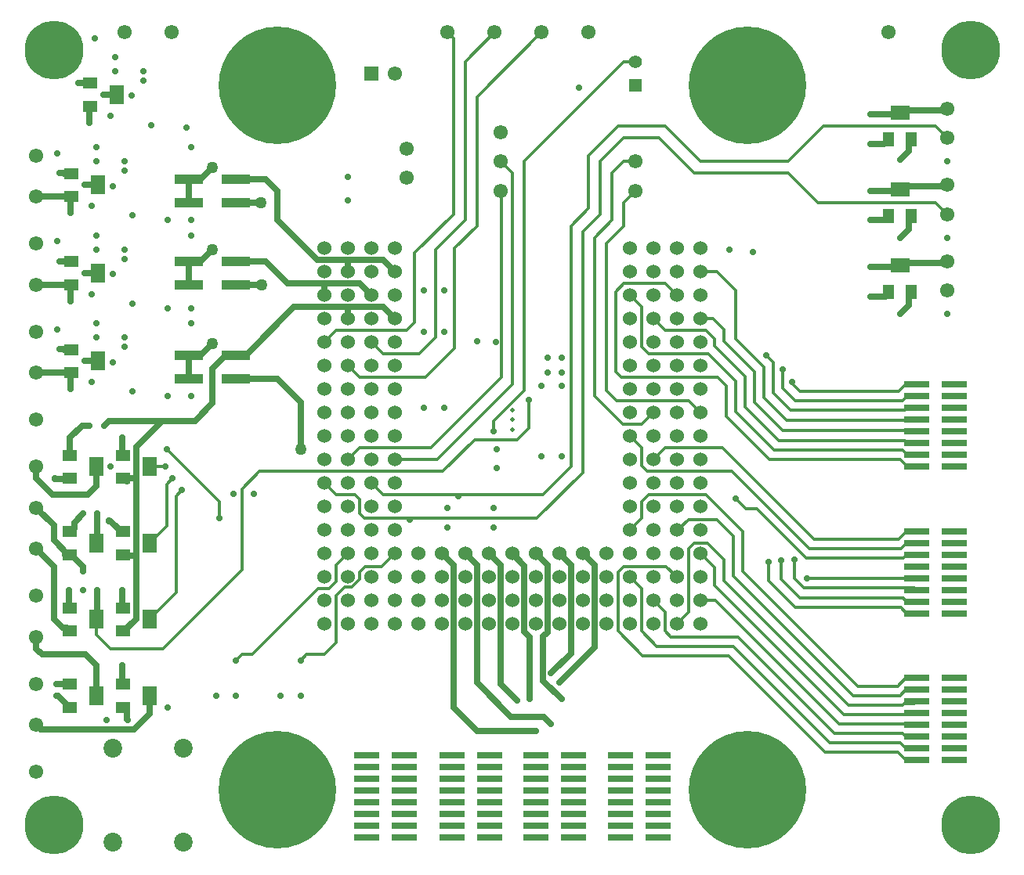
<source format=gbr>
%TF.GenerationSoftware,Altium Limited,Altium Designer,19.1.7 (138)*%
G04 Layer_Physical_Order=1*
G04 Layer_Color=255*
%FSLAX26Y26*%
%MOIN*%
%TF.FileFunction,Copper,L1,Top,Signal*%
%TF.Part,Single*%
G01*
G75*
%TA.AperFunction,SMDPad,CuDef*%
%ADD10R,0.109843X0.029134*%
%ADD11R,0.062992X0.078740*%
%ADD12R,0.062992X0.051181*%
%ADD13R,0.078740X0.062992*%
%ADD14R,0.051181X0.062992*%
%ADD15R,0.124016X0.039370*%
%TA.AperFunction,Conductor*%
%ADD16C,0.012000*%
%ADD17C,0.025000*%
%TA.AperFunction,ComponentPad*%
%ADD18C,0.061024*%
%ADD19C,0.003937*%
%ADD20C,0.060000*%
%ADD21C,0.079559*%
%ADD22R,0.061024X0.061024*%
%ADD23C,0.055118*%
%ADD24R,0.055118X0.055118*%
%TA.AperFunction,ViaPad*%
%ADD25C,0.250000*%
%ADD26C,0.028000*%
%ADD27C,0.050000*%
%ADD28C,0.019685*%
%ADD29C,0.500000*%
D10*
X3199882Y1445000D02*
D03*
X3360118D02*
D03*
X3199882Y1395000D02*
D03*
X3360118D02*
D03*
X3199882Y1345000D02*
D03*
X3360118D02*
D03*
X3199882Y1295000D02*
D03*
X3360118D02*
D03*
X3199882Y1245000D02*
D03*
X3360118D02*
D03*
X3199882Y1195000D02*
D03*
X3360118D02*
D03*
X3199882Y1145000D02*
D03*
X3360118D02*
D03*
X3199882Y1095000D02*
D03*
X3360118D02*
D03*
X2480000Y1445000D02*
D03*
X2640236D02*
D03*
X2480000Y1395000D02*
D03*
X2640236D02*
D03*
X2480000Y1345000D02*
D03*
X2640236D02*
D03*
X2480000Y1295000D02*
D03*
X2640236D02*
D03*
X2480000Y1245000D02*
D03*
X2640236D02*
D03*
X2480000Y1195000D02*
D03*
X2640236D02*
D03*
X2480000Y1145000D02*
D03*
X2640236D02*
D03*
X2480000Y1095000D02*
D03*
X2640236D02*
D03*
X2844882Y1445000D02*
D03*
X3005118D02*
D03*
X2844882Y1395000D02*
D03*
X3005118D02*
D03*
X2844882Y1345000D02*
D03*
X3005118D02*
D03*
X2844882Y1295000D02*
D03*
X3005118D02*
D03*
X2844882Y1245000D02*
D03*
X3005118D02*
D03*
X2844882Y1195000D02*
D03*
X3005118D02*
D03*
X2844882Y1145000D02*
D03*
X3005118D02*
D03*
X2844882Y1095000D02*
D03*
X3005118D02*
D03*
X3559882Y1445000D02*
D03*
X3720118D02*
D03*
X3559882Y1395000D02*
D03*
X3720118D02*
D03*
X3559882Y1345000D02*
D03*
X3720118D02*
D03*
X3559882Y1295000D02*
D03*
X3720118D02*
D03*
X3559882Y1245000D02*
D03*
X3720118D02*
D03*
X3559882Y1195000D02*
D03*
X3720118D02*
D03*
X3559882Y1145000D02*
D03*
X3720118D02*
D03*
X3559882Y1095000D02*
D03*
X3720118D02*
D03*
X4980118Y2050000D02*
D03*
X4819882D02*
D03*
X4980118Y2100000D02*
D03*
X4819882D02*
D03*
X4980118Y2150000D02*
D03*
X4819882D02*
D03*
X4980118Y2200000D02*
D03*
X4819882D02*
D03*
X4980118Y2250000D02*
D03*
X4819882D02*
D03*
X4980118Y2300000D02*
D03*
X4819882D02*
D03*
X4980118Y2350000D02*
D03*
X4819882D02*
D03*
X4980118Y2400000D02*
D03*
X4819882D02*
D03*
X4980118Y1425000D02*
D03*
X4819882D02*
D03*
X4980118Y1475000D02*
D03*
X4819882D02*
D03*
X4980118Y1525000D02*
D03*
X4819882D02*
D03*
X4980118Y1575000D02*
D03*
X4819882D02*
D03*
X4980118Y1625000D02*
D03*
X4819882D02*
D03*
X4980118Y1675000D02*
D03*
X4819882D02*
D03*
X4980118Y1725000D02*
D03*
X4819882D02*
D03*
X4980118Y1775000D02*
D03*
X4819882D02*
D03*
X4819882Y3025000D02*
D03*
X4980118D02*
D03*
X4819882Y2975000D02*
D03*
X4980118D02*
D03*
X4819882Y2925000D02*
D03*
X4980118D02*
D03*
X4819882Y2875000D02*
D03*
X4980118D02*
D03*
X4819882Y2825000D02*
D03*
X4980118D02*
D03*
X4819882Y2775000D02*
D03*
X4980118D02*
D03*
X4819882Y2725000D02*
D03*
X4980118D02*
D03*
X4819882Y2675000D02*
D03*
X4980118D02*
D03*
D11*
X1557087D02*
D03*
X1417087Y4260000D02*
D03*
X1332087Y2675000D02*
D03*
X1557087Y1700000D02*
D03*
X1332087D02*
D03*
X1337087Y3875000D02*
D03*
Y3500000D02*
D03*
Y3125000D02*
D03*
X1332087Y2350000D02*
D03*
Y2025000D02*
D03*
X1557087D02*
D03*
Y2350000D02*
D03*
D12*
X1442913Y2625787D02*
D03*
Y2724213D02*
D03*
X1302913Y4210787D02*
D03*
Y4309213D02*
D03*
X1217913Y2625787D02*
D03*
Y2724213D02*
D03*
X1442913Y1650787D02*
D03*
Y1749213D02*
D03*
X1217913Y1650787D02*
D03*
Y1749213D02*
D03*
X1222913Y3825787D02*
D03*
Y3924213D02*
D03*
Y3450787D02*
D03*
Y3549213D02*
D03*
Y3075787D02*
D03*
Y3174213D02*
D03*
X1217913Y2300787D02*
D03*
Y2399213D02*
D03*
Y1975787D02*
D03*
Y2074213D02*
D03*
X1442913Y1975787D02*
D03*
Y2074213D02*
D03*
Y2300787D02*
D03*
Y2399213D02*
D03*
D13*
X4750000Y4182087D02*
D03*
Y3857087D02*
D03*
Y3532087D02*
D03*
D14*
X4799213Y4067913D02*
D03*
X4700787D02*
D03*
X4799213Y3742913D02*
D03*
X4700787D02*
D03*
X4799213Y3417913D02*
D03*
X4700787D02*
D03*
D15*
X1924409Y3800000D02*
D03*
Y3900000D02*
D03*
X1725591Y3800000D02*
D03*
Y3900000D02*
D03*
X1924409Y3050000D02*
D03*
Y3150000D02*
D03*
X1725591Y3050000D02*
D03*
Y3150000D02*
D03*
X1924409Y3450000D02*
D03*
Y3550000D02*
D03*
X1725591Y3450000D02*
D03*
Y3550000D02*
D03*
D16*
X1630000Y2750000D02*
X1855000Y2525000D01*
Y2455000D02*
Y2525000D01*
X4775000Y3025000D02*
X4825000D01*
X4745000Y2995000D02*
X4775000Y3025000D01*
X4325000Y2995000D02*
X4745000D01*
X4290000Y3030000D02*
X4325000Y2995000D01*
X2940000Y2790000D02*
X3120000D01*
X2805000Y2655000D02*
X2940000Y2790000D01*
X2025000Y2655000D02*
X2805000D01*
X2780000Y2705000D02*
X3100000Y3025000D01*
X2600000Y2705000D02*
X2780000D01*
X2755000Y2755000D02*
X3056000Y3056000D01*
X2450000Y2755000D02*
X2755000D01*
X3056000Y3056000D02*
Y3844000D01*
X3050000Y3850000D02*
X3056000Y3844000D01*
X3100000Y3025000D02*
Y3925000D01*
X3150000Y3000000D02*
Y3975000D01*
X3020000Y2870000D02*
X3150000Y3000000D01*
X3020000Y2825000D02*
Y2870000D01*
X3150000Y3975000D02*
X3575000Y4400000D01*
X3050000Y3975000D02*
X3100000Y3925000D01*
X1950000Y2580000D02*
X2025000Y2655000D01*
X1950000Y2235000D02*
Y2580000D01*
X1615000Y1900000D02*
X1950000Y2235000D01*
X1670000Y2550000D02*
X1695000Y2575000D01*
X1670000Y2137913D02*
Y2550000D01*
X1557087Y2025000D02*
X1670000Y2137913D01*
X1630000Y2600000D02*
X1655000Y2625000D01*
X1630000Y2422913D02*
Y2600000D01*
X1557087Y2350000D02*
X1630000Y2422913D01*
X1557087Y2675000D02*
X1625000D01*
X1332087Y1957913D02*
Y2025000D01*
Y1957913D02*
X1390000Y1900000D01*
X1615000D01*
X2500000Y2605000D02*
X2550000Y2555000D01*
X2870000D01*
X2470000Y2455000D02*
X2665000D01*
Y2450000D02*
Y2455000D01*
X2870000Y2550000D02*
Y2555000D01*
X3120000Y2790000D02*
X3170000Y2840000D01*
Y2960000D01*
X2450000Y2475000D02*
X2470000Y2455000D01*
X2450000Y2475000D02*
Y2535000D01*
X2430000Y2555000D02*
X2450000Y2535000D01*
X2350000Y2555000D02*
X2430000D01*
X2300000Y2605000D02*
X2350000Y2555000D01*
X3650000Y2680000D02*
X3675000Y2655000D01*
X3650000Y2680000D02*
Y2755000D01*
X3600000Y2805000D02*
X3650000Y2755000D01*
X3570000Y2855000D02*
X3650000D01*
X3450000Y2975000D02*
X3570000Y2855000D01*
X3545000Y2955000D02*
X3850000D01*
X3565000Y3055000D02*
X3975000D01*
X4010000Y3020000D01*
X3500000Y3000000D02*
X3545000Y2955000D01*
X3500000Y3000000D02*
Y3625000D01*
X3540000Y3080000D02*
Y3420000D01*
X3650000Y2855000D02*
X3700000Y2905000D01*
X3850000Y2955000D02*
X3900000Y2905000D01*
X3540000Y3080000D02*
X3565000Y3055000D01*
X4010000Y2890000D02*
Y3020000D01*
X3500000Y3625000D02*
X3575000Y3700000D01*
X3450000Y2975000D02*
Y3650000D01*
X3540000Y3420000D02*
X3575000Y3455000D01*
X3750000D01*
X4010000Y2890000D02*
X4195000Y2705000D01*
X3575000Y3700000D02*
Y3800000D01*
X3625000Y3850000D01*
X2665000Y2455000D02*
X3205000D01*
X3525000Y3925000D02*
X3575000Y3975000D01*
X4195000Y2705000D02*
X4750000D01*
X3205000Y2455000D02*
X3400000Y2650000D01*
X3450000Y3650000D02*
X3525000Y3725000D01*
X3575000Y3975000D02*
X3625000D01*
X3525000Y3725000D02*
Y3925000D01*
X3625000Y3825000D02*
Y3850000D01*
X2870000Y2555000D02*
X3230000D01*
X3350000Y2675000D01*
X1995000Y1875000D02*
X2275000Y2155000D01*
X1950000Y1875000D02*
X1995000D01*
X1925000Y1850000D02*
X1950000Y1875000D01*
X2300000D02*
X2350000Y1925000D01*
X2225000Y1875000D02*
X2300000D01*
X2200000Y1850000D02*
X2225000Y1875000D01*
X2350000Y1925000D02*
Y2125000D01*
X2545000Y2250000D02*
X2600000Y2305000D01*
X2475000Y2250000D02*
X2545000D01*
X2450000Y2225000D02*
X2475000Y2250000D01*
X2450000Y2195603D02*
Y2225000D01*
X2417397Y2163000D02*
X2450000Y2195603D01*
X2388000Y2163000D02*
X2417397D01*
X2350000Y2125000D02*
X2388000Y2163000D01*
X2320000Y2155000D02*
X2350000Y2185000D01*
Y2255000D01*
X2400000Y2305000D01*
X2275000Y2155000D02*
X2320000D01*
X2950000Y3700000D02*
Y4250000D01*
X2855000Y3605000D02*
X2950000Y3700000D01*
X2855000Y3180000D02*
Y3605000D01*
X2900000Y3725000D02*
Y4400000D01*
X2775000Y3600000D02*
X2900000Y3725000D01*
X2775000Y3225000D02*
Y3600000D01*
X2850000Y3750000D02*
Y4500000D01*
X2685000Y3585000D02*
X2850000Y3750000D01*
X2685000Y3290000D02*
Y3585000D01*
X2705000Y3155000D02*
X2775000Y3225000D01*
X2450000Y3055000D02*
X2730000D01*
X2400000Y3105000D02*
X2450000Y3055000D01*
X2950000Y4250000D02*
X3225000Y4525000D01*
X2900000Y4400000D02*
X3025000Y4525000D01*
X2825000D02*
X2850000Y4500000D01*
X3575000Y4400000D02*
X3625000D01*
X2550000Y3155000D02*
X2705000D01*
X2730000Y3055000D02*
X2855000Y3180000D01*
X2500000Y3205000D02*
X2550000Y3155000D01*
X2500000Y3205000D02*
Y3205000D01*
X3350000Y2675000D02*
Y3700000D01*
X3425000Y3775000D01*
Y4000000D01*
X3400000Y2650000D02*
Y3675000D01*
X3475000Y3750000D01*
Y3975000D01*
X3425000Y4000000D02*
X3550000Y4125000D01*
X3475000Y3975000D02*
X3575000Y4075000D01*
X3550000Y4125000D02*
X3750000D01*
X3575000Y4075000D02*
X3725000D01*
X3875000Y3925000D01*
X2650000Y3255000D02*
X2685000Y3290000D01*
X2350000Y3255000D02*
X2650000D01*
X2300000Y3205000D02*
X2350000Y3255000D01*
X4900000Y3800000D02*
X4950000Y3750000D01*
X4400000Y3800000D02*
X4900000D01*
X4275000Y3925000D02*
X4400000Y3800000D01*
X3875000Y3925000D02*
X4275000D01*
X3900000Y3975000D02*
X4275000D01*
X3750000Y4125000D02*
X3900000Y3975000D01*
X4425000Y4125000D02*
X4900000D01*
X4950000Y4075000D01*
X4275000Y3975000D02*
X4425000Y4125000D01*
X4140000Y2495000D02*
X4350000Y2285000D01*
X4095000Y2495000D02*
X4140000D01*
X4050000Y2540000D02*
X4095000Y2495000D01*
X4350000Y2285000D02*
X4764528D01*
X3995000Y2755000D02*
X4385000Y2365000D01*
X4744528D01*
X4035000Y2655000D02*
X4365000Y2325000D01*
X4754528D01*
X4744528Y2365000D02*
X4779528Y2400000D01*
X4754528Y2325000D02*
X4779528Y2350000D01*
X4180000Y3150000D02*
X4210000Y3120000D01*
Y2990000D02*
Y3120000D01*
X4250000Y3010000D02*
Y3090000D01*
X4290000Y3030000D02*
Y3035000D01*
X4250000Y3010000D02*
X4305000Y2955000D01*
X4210000Y2990000D02*
X4285000Y2915000D01*
X4050000Y3220000D02*
X4170000Y3100000D01*
Y2970000D02*
Y3100000D01*
Y2970000D02*
X4268039Y2871961D01*
X4000000Y3210000D02*
X4130000Y3080000D01*
Y2950000D02*
Y3080000D01*
Y2950000D02*
X4251961Y2828039D01*
X4816843D01*
X3960000Y3190000D02*
X4090000Y3060000D01*
Y2930000D02*
Y3060000D01*
Y2930000D02*
X4235000Y2785000D01*
X4770000D01*
X3935000Y3155000D02*
X4050000Y3040000D01*
Y2910000D02*
Y3040000D01*
Y2910000D02*
X4215000Y2745000D01*
X4760000D01*
X3955000Y3305000D02*
X4000000Y3260000D01*
Y3210000D02*
Y3260000D01*
X3750000Y3255000D02*
X3925000D01*
X3960000Y3220000D01*
Y3190000D02*
Y3220000D01*
X3900000Y3305000D02*
X3955000D01*
X3680000Y3155000D02*
X3935000D01*
X4190000Y2190000D02*
X4305000Y2075000D01*
X4190000Y2190000D02*
Y2270000D01*
X4341433Y2158567D02*
X4811315D01*
X4300000Y2200000D02*
X4341433Y2158567D01*
X4300000Y2200000D02*
Y2280000D01*
X4245000Y2195000D02*
X4325000Y2115000D01*
X4245000Y2195000D02*
Y2275000D01*
X4325000Y2115000D02*
X4764528D01*
X4305000Y2075000D02*
X4754528D01*
X3970000Y2450000D02*
X4040000Y2380000D01*
X3850000Y2450000D02*
X3970000D01*
X4040000Y2210000D02*
Y2380000D01*
X3800000Y2400000D02*
X3802500Y2402500D01*
X3850000Y2450000D01*
X3925000Y2555000D02*
X4080000Y2400000D01*
X3680000Y2555000D02*
X3925000D01*
X4080000Y2230000D02*
Y2400000D01*
Y2230000D02*
X4570000Y1740000D01*
X4040000Y2210000D02*
X4550000Y1700000D01*
X3930000Y2350000D02*
X4000000Y2280000D01*
Y2190000D02*
Y2280000D01*
Y2190000D02*
X4530000Y1660000D01*
X3875000Y2350000D02*
X3930000D01*
X3900000Y2305000D02*
X3960000Y2245000D01*
Y2170000D02*
Y2245000D01*
Y2170000D02*
X4510000Y1620000D01*
X4355000Y2200000D02*
X4809882D01*
X4814882Y2205000D01*
X3675000Y2655000D02*
X4035000D01*
X3750000Y2755000D02*
X3995000D01*
X4285000Y2915000D02*
X4770000D01*
X4305000Y2955000D02*
X4760000D01*
X4811315Y2158567D02*
X4819882Y2150000D01*
X4814882Y2205000D02*
X4819882Y2200000D01*
X3750000Y3455000D02*
X3800000Y3405000D01*
X3650000Y3185000D02*
Y3355000D01*
X3600000Y3405000D02*
X3650000Y3355000D01*
Y3185000D02*
X3680000Y3155000D01*
X3650000Y2525000D02*
X3680000Y2555000D01*
X3745000Y2750000D02*
X3750000Y2755000D01*
X3700000Y2705000D02*
X3745000Y2750000D01*
X3970000Y3505000D02*
X4050000Y3425000D01*
Y3220000D02*
Y3425000D01*
X4268039Y2871961D02*
X4816843D01*
X4764528Y2115000D02*
X4779528Y2100000D01*
Y2400000D02*
X4819882D01*
X4779528Y2350000D02*
X4819882D01*
X4764528Y2285000D02*
X4779528Y2300000D01*
X4819882D01*
X4754528Y2075000D02*
X4779528Y2050000D01*
X4819882D01*
X4779528Y2100000D02*
X4819882D01*
X4779528Y2150000D02*
X4819882D01*
X4780000Y2675000D02*
X4819882D01*
X4750000Y2705000D02*
X4780000Y2675000D01*
Y2725000D02*
X4819882D01*
X4760000Y2745000D02*
X4780000Y2725000D01*
Y2775000D02*
X4819882D01*
X4770000Y2785000D02*
X4780000Y2775000D01*
X4780000Y2975000D02*
X4819882D01*
X4760000Y2955000D02*
X4780000Y2975000D01*
Y2925000D02*
X4819882D01*
X4770000Y2915000D02*
X4780000Y2925000D01*
X4816843Y2871961D02*
X4819882Y2875000D01*
X4816843Y2828039D02*
X4819882Y2825000D01*
X4020000Y1870000D02*
X4430000Y1460000D01*
X3655000Y1870000D02*
X4020000D01*
X3550000Y1975000D02*
X3655000Y1870000D01*
X4040000Y1910000D02*
X4450000Y1500000D01*
X3715000Y1910000D02*
X4040000D01*
X3650000Y1975000D02*
X3715000Y1910000D01*
X4775000Y1425000D02*
X4819882D01*
X4740000Y1460000D02*
X4775000Y1425000D01*
X4430000Y1460000D02*
X4740000D01*
X4775000Y1475000D02*
X4819882D01*
X4750000Y1500000D02*
X4775000Y1475000D01*
X4450000Y1500000D02*
X4750000D01*
X4775000Y1525000D02*
X4819882D01*
X4760000Y1540000D02*
X4775000Y1525000D01*
X4470000Y1540000D02*
X4760000D01*
X3965000Y2105000D02*
X4490000Y1580000D01*
X4780000D01*
X4785000Y1575000D01*
X4819882D01*
X4510000Y1620000D02*
X4814882D01*
X4819882Y1625000D01*
X4775000Y1775000D02*
X4819882D01*
X4740000Y1740000D02*
X4775000Y1775000D01*
X4570000Y1740000D02*
X4740000D01*
X4775000Y1725000D02*
X4819882D01*
X4750000Y1700000D02*
X4775000Y1725000D01*
X4550000Y1700000D02*
X4750000D01*
X4766961Y1666961D02*
X4811843D01*
X4760000Y1660000D02*
X4766961Y1666961D01*
X4530000Y1660000D02*
X4760000D01*
X4811843Y1666961D02*
X4819882Y1675000D01*
X4060000Y1950000D02*
X4470000Y1540000D01*
X3775000Y1950000D02*
X4060000D01*
X3900000Y2105000D02*
X3965000D01*
X3850000Y2325000D02*
X3875000Y2350000D01*
X3800000Y2005000D02*
X3850000Y2055000D01*
Y2325000D01*
X3800000Y2405000D02*
X3802500Y2402500D01*
X3650000Y2455000D02*
Y2525000D01*
X3600000Y2405000D02*
X3650000Y2455000D01*
X3700000Y2105000D02*
X3750000Y2055000D01*
Y1975000D02*
Y2055000D01*
Y1975000D02*
X3775000Y1950000D01*
X3550000Y1975000D02*
Y2225000D01*
X3575000Y2250000D01*
X3755000D01*
X3800000Y2205000D01*
X3600000D02*
X3650000Y2155000D01*
Y1975000D02*
Y2155000D01*
X3600000Y2205000D02*
X3605000D01*
X3600000Y3405000D02*
X3605000D01*
X3900000Y3505000D02*
X3970000D01*
X2400000Y2705000D02*
X2450000Y2755000D01*
X2390816Y2314184D02*
X2400000Y2305000D01*
X3700000Y3305000D02*
X3750000Y3255000D01*
D17*
X2400000Y3355000D02*
X2550000D01*
X2400000Y3305000D02*
Y3355000D01*
X2550000D02*
X2600000Y3305000D01*
X1075000Y2325000D02*
X1150000Y2250000D01*
Y2025000D02*
Y2250000D01*
X1186416Y1988584D02*
X1205117D01*
X1217913Y1975787D01*
X1150000Y2025000D02*
X1186416Y1988584D01*
X1236909Y2412303D02*
Y2436909D01*
X1223819Y2399213D02*
X1236909Y2412303D01*
X1217913Y2399213D02*
X1223819D01*
X1236909Y2436909D02*
X1275000Y2475000D01*
X1075000Y2625000D02*
X1145000Y2555000D01*
X1075000Y2625000D02*
Y2675000D01*
X1145000Y2555000D02*
X1295000D01*
X1332087Y2592087D01*
X1155000Y2623448D02*
X1215574D01*
X1155000D02*
Y2625000D01*
X3373051Y1147067D02*
X3375118Y1145000D01*
X2950000Y1550000D02*
X3200000D01*
X2850000Y1650000D02*
X2950000Y1550000D01*
X3340000Y1095000D02*
X3375000D01*
X1211713Y2301083D02*
X1212008Y2300787D01*
X1150000Y2362795D02*
X1211713Y2301083D01*
X1217618D01*
X1198917D02*
X1211713D01*
X1075000Y2500000D02*
X1150000Y2425000D01*
Y2362795D02*
Y2425000D01*
X1212008Y2300787D02*
X1217913D01*
X1221968Y3755000D02*
Y3825787D01*
X1221575Y3825394D02*
X1221968Y3825787D01*
X1075394Y3825394D02*
X1221575D01*
X1075000Y3825000D02*
X1075394Y3825394D01*
X1221968Y3380000D02*
Y3450787D01*
X1221575Y3450394D02*
X1221968Y3450787D01*
X1075394Y3450394D02*
X1221575D01*
X1075000Y3450000D02*
X1075394Y3450394D01*
X1221968Y3005000D02*
Y3075787D01*
X1221575Y3075394D02*
X1221968Y3075787D01*
X1075394Y3075394D02*
X1221575D01*
X1075000Y3075000D02*
X1075394Y3075394D01*
X1270000Y2850000D02*
X1300000D01*
X1219426Y2799426D02*
X1270000Y2850000D01*
X2200000Y2750000D02*
Y2950000D01*
X2100000Y3050000D02*
X2200000Y2950000D01*
X1924409Y3050000D02*
X2100000D01*
X1465000Y1595000D02*
Y1595812D01*
X1461909Y1598902D02*
X1465000Y1595812D01*
X1461909Y1598902D02*
Y1637697D01*
X1448819Y1650787D02*
X1461909Y1637697D01*
X1442913Y1650787D02*
X1448819D01*
X1731396Y3905806D02*
X1780806D01*
X1725591Y3900000D02*
X1731396Y3905806D01*
X1780806D02*
X1825000Y3950000D01*
X1731396Y3555806D02*
X1780806D01*
X1725591Y3550000D02*
X1731396Y3555806D01*
X1780806D02*
X1825000Y3600000D01*
X1731396Y3155806D02*
X1780806D01*
X1725591Y3150000D02*
X1731396Y3155806D01*
X1780806D02*
X1825000Y3200000D01*
X1301968Y4140000D02*
Y4210787D01*
X1610000Y2870000D02*
X1750000D01*
X1385000D02*
X1610000D01*
X1500000Y2760000D02*
X1610000Y2870000D01*
X1500000Y2625000D02*
Y2760000D01*
X1750000Y2870000D02*
X1825000Y2945000D01*
X1365000Y2850000D02*
X1385000Y2870000D01*
X1364426Y2849426D02*
X1365000Y2850000D01*
X1274426Y2230574D02*
X1275000Y2230000D01*
X1274426Y2230574D02*
Y2250180D01*
X1223819Y2300787D02*
X1274426Y2250180D01*
X1217913Y2300787D02*
X1223819D01*
X1385000Y2445000D02*
X1385574Y2444426D01*
X1391794D01*
X1437008Y2399213D01*
X1442913D01*
X1924409Y3450000D02*
X2035000D01*
X1925000Y3800000D02*
X2030000D01*
X1440000Y1830000D02*
X1440574Y1829426D01*
Y1751552D02*
Y1829426D01*
Y1751552D02*
X1442913Y1749213D01*
X1160000Y1700000D02*
X1167126D01*
X1217126Y1650000D01*
X1490000Y1555000D02*
X1557087Y1622087D01*
X1095000Y1555000D02*
X1490000D01*
X1075000Y1575000D02*
X1095000Y1555000D01*
X1160000Y1750000D02*
X1217126D01*
X1217913Y1749213D01*
X1217126Y1650000D02*
X1217913Y1650787D01*
X1332087Y2592087D02*
Y2675000D01*
X1219426Y2725725D02*
Y2799426D01*
X1217913Y2724213D02*
X1219426Y2725725D01*
X1215574Y2623448D02*
X1217913Y2625787D01*
X1334426Y2149426D02*
X1335000Y2150000D01*
X1334426Y2027339D02*
Y2149426D01*
X1332087Y2025000D02*
X1334426Y2027339D01*
Y2474426D02*
X1335000Y2475000D01*
X1334426Y2352339D02*
Y2474426D01*
X1332087Y2350000D02*
X1334426Y2352339D01*
X1332087Y2350000D02*
X1334426Y2347661D01*
X1500000Y2297835D02*
Y2625000D01*
X1449606D02*
X1500000D01*
X1443701D02*
X1449606D01*
X1461909Y2612697D01*
X1448819Y2625787D02*
X1449606Y2625000D01*
X1442913Y2625787D02*
X1443701Y2625000D01*
X1825000Y3092913D02*
X1882087Y3150000D01*
X1825000Y2945000D02*
Y3092913D01*
X1882087Y3150000D02*
X1924409D01*
X1100000Y1875000D02*
X1285000D01*
X1075000Y1900000D02*
X1100000Y1875000D01*
X1075000Y1900000D02*
Y1950000D01*
X1285000Y1875000D02*
X1332087Y1827913D01*
Y1700000D02*
Y1827913D01*
X1557087Y1622087D02*
Y1700000D01*
X1725591Y3800000D02*
Y3900000D01*
Y3450000D02*
Y3550000D01*
Y3050000D02*
Y3150000D01*
X1212008Y1975787D02*
X1217913D01*
X1217618Y2301083D02*
X1217913Y2300787D01*
X1500000Y2026968D02*
Y2297835D01*
X1445866D02*
X1500000D01*
X1442913Y2300787D02*
X1445866Y2297835D01*
X1448819Y1975787D02*
X1500000Y2026968D01*
X1442913Y1975787D02*
X1448819D01*
X1442913Y2625787D02*
X1448819D01*
X1440000Y2150000D02*
X1440574Y2149426D01*
Y2076552D02*
Y2149426D01*
Y2076552D02*
X1442913Y2074213D01*
X1215000Y2150000D02*
X1215574Y2149426D01*
Y2076552D02*
Y2149426D01*
Y2076552D02*
X1217913Y2074213D01*
X1215574Y2401552D02*
X1217913Y2399213D01*
X1440574Y2401552D02*
X1442913Y2399213D01*
X1440000Y2800000D02*
X1440574Y2799426D01*
Y2726552D02*
Y2799426D01*
Y2726552D02*
X1442913Y2724213D01*
X2450000Y3455000D02*
X2500000Y3405000D01*
X2300000Y3455000D02*
X2450000D01*
X2300000Y3405000D02*
Y3455000D01*
X2100000Y3725000D02*
Y3850000D01*
X2050000Y3900000D02*
X2100000Y3850000D01*
X1924409Y3900000D02*
X2050000D01*
X2100000Y3725000D02*
X2270000Y3555000D01*
X2050000Y3550000D02*
X2145000Y3455000D01*
X1924409Y3550000D02*
X2050000D01*
X2171732Y3355000D02*
X2400000D01*
X1966732Y3150000D02*
X2171732Y3355000D01*
X1924409Y3150000D02*
X1966732D01*
X3373051Y1297067D02*
X3375118Y1295000D01*
X3235000Y1610000D02*
X3265000Y1580000D01*
X3095000Y1610000D02*
X3235000D01*
X3360118Y1345000D02*
X3375118D01*
X3325000D02*
X3360118D01*
X3375118D02*
X3375118Y1345000D01*
X2950000Y1755000D02*
X3095000Y1610000D01*
X2950000Y1755000D02*
Y2255000D01*
X3175000Y1685000D02*
Y1950000D01*
X3151500Y1973500D02*
X3175000Y1950000D01*
X3151500Y1973500D02*
Y2253500D01*
X3050000Y1750000D02*
X3120000Y1680000D01*
X3050000Y1750000D02*
Y2255000D01*
X3100000Y2305000D02*
X3151500Y2253500D01*
X3718051Y1247067D02*
X3720118Y1245000D01*
X3232500Y1762500D02*
X3310000Y1685000D01*
X3232500Y1762500D02*
Y1952500D01*
X3250000Y1970000D01*
X3450000Y1905000D02*
Y2255000D01*
X3300000Y1755000D02*
X3450000Y1905000D01*
X3350000Y1880000D02*
Y2255000D01*
X3265000Y1795000D02*
X3350000Y1880000D01*
X3250000Y1970000D02*
Y2255000D01*
X3200000Y2305000D02*
X3250000Y2255000D01*
X2850000Y1650000D02*
Y2255000D01*
X3000000Y2305000D02*
X3050000Y2255000D01*
X2900000Y2305000D02*
X2950000Y2255000D01*
X2800000Y2305000D02*
X2850000Y2255000D01*
X3400000Y2305000D02*
X3450000Y2255000D01*
X3300000Y2305000D02*
X3350000Y2255000D01*
X4750000Y4182087D02*
X4761021Y4193107D01*
X4943107D01*
X4950000Y4200000D01*
X4750000Y3857087D02*
X4761021Y3868107D01*
X4743487Y3850574D02*
X4750000Y3857087D01*
X4761021Y3868107D02*
X4943107D01*
X4950000Y3875000D01*
X4750000Y3532087D02*
X4761021Y3543107D01*
X4743487Y3525574D02*
X4750000Y3532087D01*
X4761021Y3543107D02*
X4943107D01*
X4950000Y3550000D01*
X4625000Y4175000D02*
X4625574Y4175574D01*
X4743487D01*
X4750000Y4182087D01*
X4625000Y3850000D02*
X4625574Y3850574D01*
X4743487D01*
X4625000Y3525000D02*
X4625574Y3525574D01*
X4743487D01*
X4682874Y4050000D02*
X4700787Y4067913D01*
X4625000Y4050000D02*
X4682874D01*
X4625000Y3725000D02*
X4625574Y3725574D01*
X4687697D01*
X4700787Y3738665D01*
Y3742913D01*
X4625000Y3400000D02*
X4625574Y3400574D01*
X4687697D01*
X4700787Y3413665D01*
Y3417913D01*
X4786416Y4018503D02*
Y4055117D01*
X4799213Y4067913D01*
X4750000Y3982087D02*
X4786416Y4018503D01*
Y3686416D02*
Y3730117D01*
X4799213Y3742913D01*
X4750000Y3650000D02*
X4786416Y3686416D01*
Y3361416D02*
Y3405117D01*
X4799213Y3417913D01*
X4750000Y3325000D02*
X4786416Y3361416D01*
X1221968Y3825787D02*
X1222913D01*
X1221968Y3450787D02*
X1222913D01*
X1221968Y3075787D02*
X1222913D01*
X1272700Y4309426D02*
X1272913Y4309213D01*
X1255574Y4309426D02*
X1272700D01*
X1255000Y4310000D02*
X1255574Y4309426D01*
X2270000Y3555000D02*
X2550000D01*
X1280000Y3875000D02*
X1337087D01*
X1175000Y3925000D02*
X1175394Y3924606D01*
X1192520D02*
X1192913Y3924213D01*
X1175394Y3924606D02*
X1192520D01*
X1280000Y3500000D02*
X1337087D01*
X1175000Y3550000D02*
X1175394Y3549606D01*
X1192520D02*
X1192913Y3549213D01*
X1175394Y3549606D02*
X1192520D01*
X1280000Y3125000D02*
X1337087D01*
X1175000Y3175000D02*
X1175394Y3174606D01*
X1192520D02*
X1192913Y3174213D01*
X1175394Y3174606D02*
X1192520D01*
X1360000Y4260000D02*
X1417087D01*
X2145000Y3455000D02*
X2300000D01*
X2993303Y2298303D02*
X3000000Y2305000D01*
X2400000Y3505000D02*
Y3550000D01*
X3000000Y2005000D02*
X3010000Y2015000D01*
X2550000Y3555000D02*
X2600000Y3505000D01*
X2893303Y2298303D02*
X2900000Y2305000D01*
D18*
X1075000Y2125000D02*
D03*
Y1950000D02*
D03*
Y2325000D02*
D03*
X4950000Y3550000D02*
D03*
X1075000Y3825000D02*
D03*
Y4000000D02*
D03*
Y3450000D02*
D03*
Y3625000D02*
D03*
Y3075000D02*
D03*
Y3250000D02*
D03*
X3425000Y4525000D02*
D03*
X2600000Y4350000D02*
D03*
X1075000Y2500000D02*
D03*
X1450000Y4525000D02*
D03*
X1075000Y1750000D02*
D03*
Y1375000D02*
D03*
Y1575000D02*
D03*
X4950000Y3750000D02*
D03*
Y3875000D02*
D03*
Y4075000D02*
D03*
Y4200000D02*
D03*
Y3425000D02*
D03*
X1075000Y2875000D02*
D03*
Y2675000D02*
D03*
X2825000Y4525000D02*
D03*
X3025000D02*
D03*
X3225000D02*
D03*
X1650000D02*
D03*
X4700000D02*
D03*
X3625000Y3975000D02*
D03*
Y3850000D02*
D03*
X3050000D02*
D03*
Y3975000D02*
D03*
Y4100000D02*
D03*
X2650000Y3904921D02*
D03*
Y4029921D02*
D03*
D19*
X3280000Y1420000D02*
D03*
Y1120000D02*
D03*
X2560118Y1420000D02*
D03*
Y1120000D02*
D03*
X2925000Y1420000D02*
D03*
Y1120000D02*
D03*
X3640000Y1420000D02*
D03*
Y1120000D02*
D03*
X4900000Y2075000D02*
D03*
Y2375000D02*
D03*
Y1450000D02*
D03*
Y1750000D02*
D03*
X4900000Y3000000D02*
D03*
Y2700000D02*
D03*
D20*
X2300000Y2005000D02*
D03*
X2500000D02*
D03*
X2400000Y2105000D02*
D03*
Y2005000D02*
D03*
X2300000Y2105000D02*
D03*
Y2205000D02*
D03*
X2400000D02*
D03*
Y2305000D02*
D03*
X2500000D02*
D03*
X2300000Y2405000D02*
D03*
Y2505000D02*
D03*
Y2305000D02*
D03*
X2400000Y2505000D02*
D03*
Y2405000D02*
D03*
X2600000Y2005000D02*
D03*
Y2105000D02*
D03*
X2700000Y2005000D02*
D03*
X3000000D02*
D03*
X2800000D02*
D03*
X2900000D02*
D03*
X2500000Y2105000D02*
D03*
Y2205000D02*
D03*
X2700000Y2105000D02*
D03*
X2600000Y2205000D02*
D03*
X2700000D02*
D03*
X2500000Y2405000D02*
D03*
Y2505000D02*
D03*
X2600000Y2305000D02*
D03*
Y2505000D02*
D03*
Y2405000D02*
D03*
X2800000Y2105000D02*
D03*
Y2205000D02*
D03*
X2900000Y2105000D02*
D03*
Y2205000D02*
D03*
X3000000Y2105000D02*
D03*
X2800000Y2305000D02*
D03*
X2700000D02*
D03*
X3000000Y2205000D02*
D03*
X2900000Y2305000D02*
D03*
X3000000D02*
D03*
X2300000Y2605000D02*
D03*
Y2805000D02*
D03*
Y2705000D02*
D03*
Y2905000D02*
D03*
Y3105000D02*
D03*
Y3005000D02*
D03*
Y3505000D02*
D03*
Y3605000D02*
D03*
Y3205000D02*
D03*
Y3405000D02*
D03*
Y3305000D02*
D03*
X2400000Y2605000D02*
D03*
Y2705000D02*
D03*
X2500000Y2605000D02*
D03*
Y2705000D02*
D03*
X2400000Y2805000D02*
D03*
Y2905000D02*
D03*
X2500000Y2805000D02*
D03*
X2400000Y3105000D02*
D03*
Y3005000D02*
D03*
X2600000Y2705000D02*
D03*
X2500000Y2905000D02*
D03*
X2600000Y2605000D02*
D03*
Y2905000D02*
D03*
Y2805000D02*
D03*
X2500000Y3005000D02*
D03*
Y3105000D02*
D03*
X2600000Y3005000D02*
D03*
X2500000Y3205000D02*
D03*
X2600000Y3105000D02*
D03*
X2400000Y3305000D02*
D03*
Y3405000D02*
D03*
Y3205000D02*
D03*
X2500000Y3505000D02*
D03*
Y3305000D02*
D03*
X2400000Y3505000D02*
D03*
Y3605000D02*
D03*
X2500000D02*
D03*
X2600000Y3305000D02*
D03*
X2500000Y3405000D02*
D03*
X2600000Y3205000D02*
D03*
Y3505000D02*
D03*
Y3405000D02*
D03*
Y3605000D02*
D03*
X3200000Y2005000D02*
D03*
X3100000D02*
D03*
X3300000Y2105000D02*
D03*
Y2005000D02*
D03*
X3400000D02*
D03*
X3500000D02*
D03*
X3600000D02*
D03*
X3100000Y2105000D02*
D03*
Y2205000D02*
D03*
X3200000Y2105000D02*
D03*
Y2205000D02*
D03*
Y2305000D02*
D03*
X3100000D02*
D03*
X3300000Y2205000D02*
D03*
Y2305000D02*
D03*
X3400000D02*
D03*
Y2105000D02*
D03*
Y2205000D02*
D03*
X3500000Y2105000D02*
D03*
Y2205000D02*
D03*
X3600000Y2105000D02*
D03*
Y2305000D02*
D03*
X3500000D02*
D03*
X3600000Y2205000D02*
D03*
Y2505000D02*
D03*
Y2405000D02*
D03*
X3700000Y2005000D02*
D03*
Y2105000D02*
D03*
X3800000D02*
D03*
Y2005000D02*
D03*
X3900000D02*
D03*
X3700000Y2205000D02*
D03*
Y2305000D02*
D03*
X3800000Y2205000D02*
D03*
Y2305000D02*
D03*
X3900000Y2205000D02*
D03*
X3700000Y2405000D02*
D03*
Y2505000D02*
D03*
X3900000Y2305000D02*
D03*
X3800000Y2505000D02*
D03*
Y2405000D02*
D03*
X3900000Y2105000D02*
D03*
Y2405000D02*
D03*
X3600000Y2605000D02*
D03*
Y2705000D02*
D03*
X3700000D02*
D03*
Y2805000D02*
D03*
X3600000D02*
D03*
Y2905000D02*
D03*
X3700000D02*
D03*
X3600000Y3105000D02*
D03*
Y3005000D02*
D03*
X3800000Y2605000D02*
D03*
X3700000D02*
D03*
X3800000Y2705000D02*
D03*
Y2905000D02*
D03*
Y2805000D02*
D03*
X3700000Y3005000D02*
D03*
Y3105000D02*
D03*
X3800000Y3005000D02*
D03*
Y3205000D02*
D03*
Y3105000D02*
D03*
X3600000Y3205000D02*
D03*
Y3305000D02*
D03*
X3700000Y3405000D02*
D03*
X3600000D02*
D03*
Y3605000D02*
D03*
Y3505000D02*
D03*
X3700000Y3205000D02*
D03*
Y3305000D02*
D03*
X3800000D02*
D03*
X3700000Y3505000D02*
D03*
X3800000Y3405000D02*
D03*
X3700000Y3605000D02*
D03*
X3800000Y3505000D02*
D03*
Y3605000D02*
D03*
X3900000Y2505000D02*
D03*
Y2605000D02*
D03*
Y2705000D02*
D03*
Y2805000D02*
D03*
Y3005000D02*
D03*
Y2905000D02*
D03*
Y3105000D02*
D03*
Y3205000D02*
D03*
Y3405000D02*
D03*
Y3305000D02*
D03*
Y3505000D02*
D03*
Y3605000D02*
D03*
D21*
X1400000Y1475000D02*
D03*
Y1075000D02*
D03*
X1700000D02*
D03*
Y1475000D02*
D03*
D22*
X2500000Y4350000D02*
D03*
D23*
X3625000Y4400000D02*
D03*
D24*
Y4300000D02*
D03*
D25*
X1150000Y1150000D02*
D03*
Y4450000D02*
D03*
X5050000Y1150000D02*
D03*
Y4450000D02*
D03*
D26*
X1630000Y2750000D02*
D03*
X2950000Y3210000D02*
D03*
X1150000Y2025000D02*
D03*
X1390000Y2675000D02*
D03*
X1155000Y2625000D02*
D03*
X3398074Y1245574D02*
D03*
X3365000Y1295000D02*
D03*
X2480000Y1395000D02*
D03*
Y1445000D02*
D03*
X2665000D02*
D03*
X3525000Y1395000D02*
D03*
Y1445000D02*
D03*
X3205000Y1345000D02*
D03*
X3200000Y1550000D02*
D03*
X3185000Y1395000D02*
D03*
Y1445000D02*
D03*
X2480000Y1095000D02*
D03*
X2805000Y1345000D02*
D03*
Y1395000D02*
D03*
Y1445000D02*
D03*
X3200000Y1195000D02*
D03*
Y1145000D02*
D03*
Y1095000D02*
D03*
X4980118Y3025000D02*
D03*
Y2975000D02*
D03*
Y2925000D02*
D03*
Y2875000D02*
D03*
Y2825000D02*
D03*
Y2775000D02*
D03*
Y2725000D02*
D03*
Y2675000D02*
D03*
X1300000Y2850000D02*
D03*
X1465000Y1595000D02*
D03*
X2605118Y1295000D02*
D03*
X2450118Y1245000D02*
D03*
Y1195000D02*
D03*
X2515118Y1345000D02*
D03*
Y1295000D02*
D03*
X2605118Y1345000D02*
D03*
X2625118Y1395000D02*
D03*
X1325000Y4500000D02*
D03*
X1410000Y4420000D02*
D03*
X3310000Y3140000D02*
D03*
X3250000D02*
D03*
X3310000Y3075000D02*
D03*
X3250000D02*
D03*
X1855000Y2455000D02*
D03*
X1365000Y2850000D02*
D03*
X1695000Y2575000D02*
D03*
X1655000Y2625000D02*
D03*
X1625000Y2675000D02*
D03*
X1275000Y2230000D02*
D03*
X1385000Y2445000D02*
D03*
X2665000Y2450000D02*
D03*
X2870000Y2550000D02*
D03*
X1925000Y1850000D02*
D03*
X2200000D02*
D03*
X3170000Y2960000D02*
D03*
X3020000Y2825000D02*
D03*
Y2500000D02*
D03*
X2825000Y2415000D02*
D03*
X3020000Y2415000D02*
D03*
X2825000Y2500000D02*
D03*
X3385000Y4290000D02*
D03*
X1440000Y1830000D02*
D03*
X1160000Y1700000D02*
D03*
X1375000Y1595000D02*
D03*
X1160000Y1750000D02*
D03*
X1635000Y1650000D02*
D03*
X1335000Y2150000D02*
D03*
Y2475000D02*
D03*
X1275000Y2475000D02*
D03*
X1275000Y2150000D02*
D03*
X1440000D02*
D03*
X1215000D02*
D03*
X1440000Y2800000D02*
D03*
X3230000Y1295000D02*
D03*
X3160000Y1245000D02*
D03*
X3395000Y1445000D02*
D03*
X3400000Y1395000D02*
D03*
X3265000Y1580000D02*
D03*
X3325000Y1345000D02*
D03*
X3175000Y1685000D02*
D03*
X3120000Y1680000D02*
D03*
X3375000Y1195000D02*
D03*
X3310000Y1685000D02*
D03*
X3300000Y1755000D02*
D03*
X3265000Y1795000D02*
D03*
X3560000Y1345000D02*
D03*
Y1295000D02*
D03*
Y1245000D02*
D03*
Y1195000D02*
D03*
Y1095000D02*
D03*
Y1145000D02*
D03*
X3720000Y1095000D02*
D03*
Y1145000D02*
D03*
Y1195000D02*
D03*
Y1245000D02*
D03*
X3020000Y1445000D02*
D03*
X3000000Y1245000D02*
D03*
X3026731Y1346731D02*
D03*
X3005000Y1395000D02*
D03*
X2840000Y1095000D02*
D03*
Y1145000D02*
D03*
Y1195000D02*
D03*
Y1245000D02*
D03*
Y1295000D02*
D03*
X2640236Y1195000D02*
D03*
Y1145000D02*
D03*
Y1095000D02*
D03*
X3375000Y1095000D02*
D03*
Y1145000D02*
D03*
X2675118Y1245000D02*
D03*
X2450118Y1145000D02*
D03*
X1410000Y4360000D02*
D03*
X1330000Y4035000D02*
D03*
Y3975000D02*
D03*
Y3660000D02*
D03*
Y3600000D02*
D03*
X1635000Y2975000D02*
D03*
Y3725000D02*
D03*
Y3350000D02*
D03*
X4625000Y3525000D02*
D03*
Y4175000D02*
D03*
Y3850000D02*
D03*
Y4050000D02*
D03*
X4950000Y3325000D02*
D03*
Y3650000D02*
D03*
Y3975000D02*
D03*
X4750000Y3982087D02*
D03*
Y3650000D02*
D03*
X4625000Y3725000D02*
D03*
Y3400000D02*
D03*
X4750000Y3325000D02*
D03*
X4050000Y2540000D02*
D03*
X4180000Y3150000D02*
D03*
X4250000Y3090000D02*
D03*
X4290000Y3035000D02*
D03*
X4190000Y2270000D02*
D03*
X4245000Y2275000D02*
D03*
X4300000Y2280000D02*
D03*
X4355000Y2200000D02*
D03*
X1735000Y3660000D02*
D03*
X2400000Y3910000D02*
D03*
Y3810000D02*
D03*
X1165000Y4010000D02*
D03*
X1735000Y3725000D02*
D03*
Y4035000D02*
D03*
X1310000Y3785000D02*
D03*
X1400000Y3870000D02*
D03*
X1485000Y3745000D02*
D03*
X1450000Y3975000D02*
D03*
Y3935000D02*
D03*
X1280000Y3875000D02*
D03*
X1221968Y3755000D02*
D03*
X1175000Y3925000D02*
D03*
X1165000Y3635000D02*
D03*
X1735000Y3350000D02*
D03*
X1310000Y3410000D02*
D03*
X1400000Y3495000D02*
D03*
X1485000Y3370000D02*
D03*
X1450000Y3600000D02*
D03*
Y3560000D02*
D03*
X1280000Y3500000D02*
D03*
X1221968Y3380000D02*
D03*
X1175000Y3550000D02*
D03*
X1330000Y3285000D02*
D03*
Y3225000D02*
D03*
X1165000Y3260000D02*
D03*
X1735000Y2975000D02*
D03*
Y3285000D02*
D03*
X1310000Y3035000D02*
D03*
X1400000Y3120000D02*
D03*
X1485000Y2995000D02*
D03*
X1450000Y3225000D02*
D03*
Y3185000D02*
D03*
X1280000Y3125000D02*
D03*
X1221968Y3005000D02*
D03*
X1175000Y3175000D02*
D03*
X1255000Y4310000D02*
D03*
X1301968Y4140000D02*
D03*
X1360000Y4260000D02*
D03*
X1390000Y4170000D02*
D03*
X3000000Y1295000D02*
D03*
Y1195000D02*
D03*
Y1145000D02*
D03*
Y1095000D02*
D03*
X3725000Y1295000D02*
D03*
Y1345000D02*
D03*
Y1395000D02*
D03*
Y1445000D02*
D03*
X1480000Y4255000D02*
D03*
X1715000Y4120000D02*
D03*
X4980118Y2400000D02*
D03*
X3225000Y3020000D02*
D03*
X4125000Y3590000D02*
D03*
X4025000Y3600000D02*
D03*
X1925000Y1700000D02*
D03*
X1840000D02*
D03*
X4980000Y2099882D02*
D03*
Y2349882D02*
D03*
Y2299882D02*
D03*
Y2199882D02*
D03*
Y2249882D02*
D03*
Y2149882D02*
D03*
Y2049882D02*
D03*
X2810000Y2925000D02*
D03*
X2725000D02*
D03*
X1565000Y4130000D02*
D03*
X1530000Y4360000D02*
D03*
Y4320000D02*
D03*
X2810000Y3250000D02*
D03*
X2725000D02*
D03*
X2810000Y3425000D02*
D03*
X2725000D02*
D03*
X2115000Y1700000D02*
D03*
X2200000D02*
D03*
X3035000Y2750000D02*
D03*
Y2670000D02*
D03*
X3030000Y3205000D02*
D03*
X3310000Y3020000D02*
D03*
X3225000Y2720000D02*
D03*
X3310000D02*
D03*
X4980000Y1774882D02*
D03*
Y1724882D02*
D03*
Y1674882D02*
D03*
Y1624882D02*
D03*
Y1574882D02*
D03*
Y1524882D02*
D03*
Y1474882D02*
D03*
Y1424882D02*
D03*
X1915000Y2560000D02*
D03*
X2000000D02*
D03*
D27*
X2200000Y2750000D02*
D03*
X1825000Y3950000D02*
D03*
Y3600000D02*
D03*
Y3200000D02*
D03*
X2035000Y3450000D02*
D03*
X2030000Y3800000D02*
D03*
D28*
X3100000Y2832677D02*
D03*
Y2875000D02*
D03*
Y2917323D02*
D03*
D29*
X4100000Y4300000D02*
D03*
Y1300000D02*
D03*
X2100000Y1300000D02*
D03*
Y4300000D02*
D03*
%TF.MD5,174ca9289e90d4155b80562303946a8e*%
M02*

</source>
